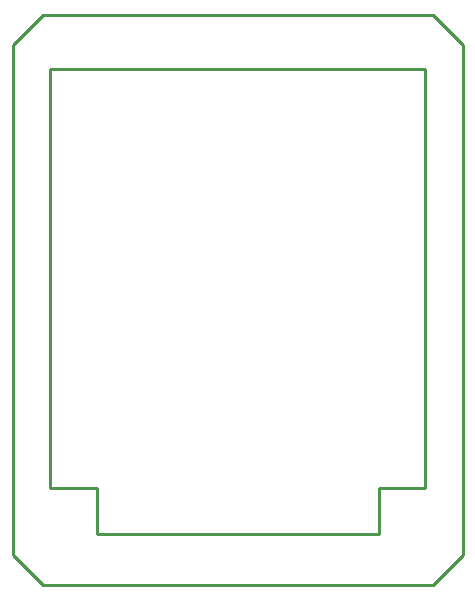
<source format=gko>
G04 Layer: BoardOutlineLayer*
G04 Panelize: , Column: 2, Row: 2, Board Size: 38.1mm x 48.26mm, Panelized Board Size: 78.2mm x 98.52mm*
G04 EasyEDA v6.5.32, 2023-07-25 14:04:49*
G04 3887c47e12d84b7f82a5db968ea8f33d,5a6b42c53f6a479593ecc07194224c93,10*
G04 Gerber Generator version 0.2*
G04 Scale: 100 percent, Rotated: No, Reflected: No *
G04 Dimensions in millimeters *
G04 leading zeros omitted , absolute positions ,4 integer and 5 decimal *
%FSLAX45Y45*%
%MOMM*%

%ADD10C,0.2540*%
D10*
X254000Y5842000D02*
G01*
X3556000Y5842000D01*
X3810000Y5588000D01*
X3810000Y1270000D01*
X3556000Y1016000D01*
X254000Y1015997D01*
X0Y1269997D01*
X0Y5588000D01*
X254000Y5842000D01*
X317500Y5384800D02*
G01*
X317500Y1841500D01*
X317500Y1841500D02*
G01*
X711200Y1841500D01*
X711200Y1841500D02*
G01*
X711200Y1447800D01*
X711200Y1447800D02*
G01*
X3098800Y1447800D01*
X3098800Y1447800D02*
G01*
X3098800Y1841500D01*
X3098800Y1841500D02*
G01*
X3492500Y1841500D01*
X3492500Y1841500D02*
G01*
X3492500Y5384800D01*
X3492500Y5384800D02*
G01*
X317500Y5384800D01*

%LPD*%
M02*

</source>
